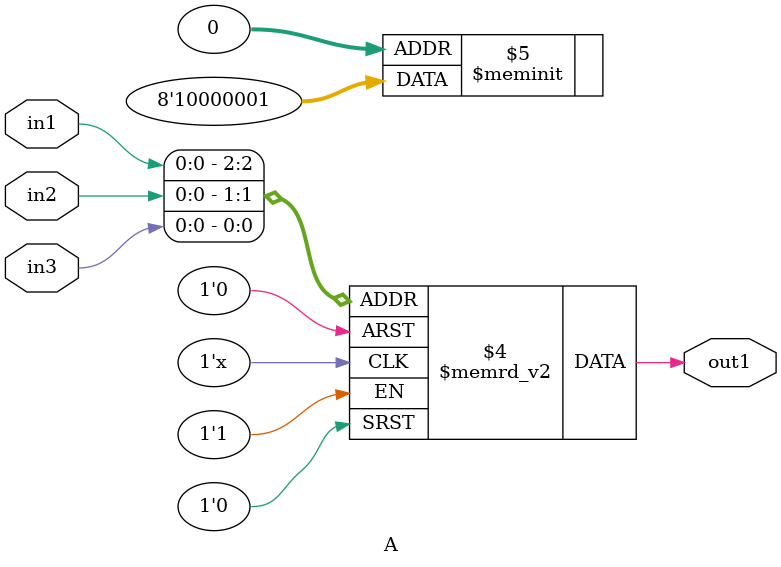
<source format=v>
module A(output out1,  input in1, in2, in3);
  reg r_out;
  assign out = r_out;
  always@(in1,in2,in3)
    begin
      case({in1,in2,in3})
        3'b000: {out1} = 1'b1;
        3'b001: {out1} = 1'b0;
        3'b010: {out1} = 1'b0;
        3'b011: {out1} = 1'b0;
        3'b100: {out1} = 1'b0;
        3'b101: {out1} = 1'b0;
        3'b110: {out1} = 1'b0;
        3'b111: {out1} = 1'b1;
      endcase
    end
endmodule

</source>
